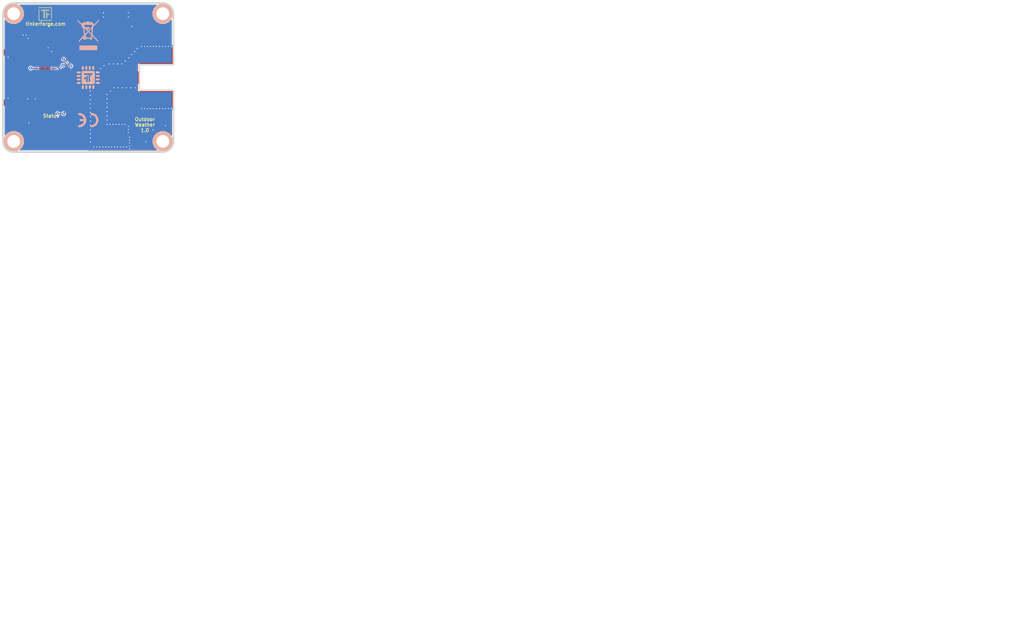
<source format=kicad_pcb>
(kicad_pcb (version 4) (host pcbnew 4.0.2+dfsg1-stable)
  (title_block (title "Outdoor Weather Bricklet") (date 2017-09-06) (rev 1.0) (company "Tinkerforge GmbH") (comment 1 "Licensed under CERN OHL v.1.1") (comment 2 "Copyright (©) 2017, B.Nordmeyer <bastian@tinkerforge.com>"))
  (layers (0 Vorderseite jumper) (31 Rückseite jumper hide) (34 B.Paste user) (35 F.Paste user) (36 B.SilkS user) (37 F.SilkS user) (38 B.Mask user) (39 F.Mask user) (44 Edge.Cuts user))
  (net 0 "")
  (net 1 GND)
  (net 2 VCC)
  (net 3 "Net-(C1-Pad2)")
  (net 4 "Net-(D1-Pad2)")
  (net 5 "Net-(J1-Pad1)")
  (net 6 "Net-(P1-Pad4)")
  (net 7 "Net-(P1-Pad5)")
  (net 8 "Net-(P1-Pad6)")
  (net 9 "Net-(P2-Pad2)")
  (net 10 "Net-(R1-Pad1)")
  (net 11 S-MISO)
  (net 12 S-MOSI)
  (net 13 S-CLK)
  (net 14 S-CS)
  (net 15 "Net-(ANT1-Pad1)")
  (net 16 DATA)
  (net 17 SDN)
  (net 18 "Net-(P1-Pad1)")
  (net 19 "Net-(U1-Pad3)")
  (net 20 "Net-(U1-Pad5)")
  (net 21 "Net-(U1-Pad7)")
  (net 22 "Net-(U1-Pad8)")
  (net 23 "Net-(U1-Pad11)")
  (net 24 "Net-(U1-Pad12)")
  (net 25 "Net-(U1-Pad13)")
  (net 26 "Net-(U1-Pad14)")
  (net 27 "Net-(U1-Pad17)")
  (net 28 "Net-(U1-Pad18)")
  (net 29 "Net-(U1-Pad19)")
  (net 30 "Net-(U1-Pad20)")
  (net 31 "Net-(U1-Pad21)")
  (module Logo_31x31m (layer Vorderseite) (at 54.4 20.8 180)
    (fp_text reference G*** hide)
    (fp_text value LOGO hide)
  )
  (module kicad-libraries:CE_5mm (layer Rückseite) (at 62.9 47.3 180)
    (fp_text reference VAL hide)
    (fp_text value CE_5mm hide)
  )
  (module kicad-libraries:WEEE_7mm (layer Rückseite) (at 62.9 27.3 180)
    (fp_text reference VAL hide)
    (fp_text value WEEE_7mm hide)
  )
  (module kicad-libraries:Logo_CoMCU (layer Rückseite) (at 62.9 37.3 180)
    (fp_text reference G*** hide)
    (fp_text value LOGO hide)
  )
  (module kicad-libraries:QFN24-4x4mm-0.5mm (layer Vorderseite) (at 52.7 34.9 180)
    (fp_text reference U1)
    (fp_text value XMC110024)
    (pad 1 smd oval (at -2.025 -1.25 180) (size 1 0.3) (layers Vorderseite F.Paste F.Mask) (net 11 S-MISO))
    (pad 2 smd oval (at -2.025 -0.75 180) (size 1 0.3) (layers Vorderseite F.Paste F.Mask) (net 10 "Net-(R1-Pad1)"))
    (pad 3 smd oval (at -2.025 -0.25 180) (size 1 0.3) (layers Vorderseite F.Paste F.Mask) (net 19 "Net-(U1-Pad3)"))
    (pad 4 smd oval (at -2.025 0.25 180) (size 1 0.3) (layers Vorderseite F.Paste F.Mask) (net 9 "Net-(P2-Pad2)"))
    (pad 5 smd oval (at -2.025 0.75 180) (size 1 0.3) (layers Vorderseite F.Paste F.Mask) (net 20 "Net-(U1-Pad5)"))
    (pad 6 smd oval (at -2.025 1.25 180) (size 1 0.3) (layers Vorderseite F.Paste F.Mask) (net 16 DATA))
    (pad 7 smd oval (at -1.25 2.025 270) (size 1 0.3) (layers Vorderseite F.Paste F.Mask) (net 21 "Net-(U1-Pad7)"))
    (pad 8 smd oval (at -0.75 2.025 270) (size 1 0.3) (layers Vorderseite F.Paste F.Mask) (net 22 "Net-(U1-Pad8)"))
    (pad 9 smd oval (at -0.25 2.025 270) (size 1 0.3) (layers Vorderseite F.Paste F.Mask) (net 1 GND))
    (pad 10 smd oval (at 0.25 2.025 270) (size 1 0.3) (layers Vorderseite F.Paste F.Mask) (net 2 VCC))
    (pad 11 smd oval (at 0.75 2.025 270) (size 1 0.3) (layers Vorderseite F.Paste F.Mask) (net 23 "Net-(U1-Pad11)"))
    (pad 12 smd oval (at 1.25 2.025 270) (size 1 0.3) (layers Vorderseite F.Paste F.Mask) (net 24 "Net-(U1-Pad12)"))
    (pad 13 smd oval (at 2.025 1.25 180) (size 1 0.3) (layers Vorderseite F.Paste F.Mask) (net 25 "Net-(U1-Pad13)"))
    (pad 14 smd oval (at 2.025 0.75 180) (size 1 0.3) (layers Vorderseite F.Paste F.Mask) (net 26 "Net-(U1-Pad14)"))
    (pad 15 smd oval (at 2.025 0.25 180) (size 1 0.3) (layers Vorderseite F.Paste F.Mask) (net 5 "Net-(J1-Pad1)"))
    (pad 16 smd oval (at 2.025 -0.25 180) (size 1 0.3) (layers Vorderseite F.Paste F.Mask) (net 17 SDN))
    (pad 17 smd oval (at 2.025 -0.75 180) (size 1 0.3) (layers Vorderseite F.Paste F.Mask) (net 27 "Net-(U1-Pad17)"))
    (pad 18 smd oval (at 2.025 -1.25 180) (size 1 0.3) (layers Vorderseite F.Paste F.Mask) (net 28 "Net-(U1-Pad18)"))
    (pad 19 smd oval (at 1.25 -2.025 270) (size 1 0.3) (layers Vorderseite F.Paste F.Mask) (net 29 "Net-(U1-Pad19)"))
    (pad 20 smd oval (at 0.75 -2.025 270) (size 1 0.3) (layers Vorderseite F.Paste F.Mask) (net 30 "Net-(U1-Pad20)"))
    (pad 21 smd oval (at 0.25 -2.025 270) (size 1 0.3) (layers Vorderseite F.Paste F.Mask) (net 31 "Net-(U1-Pad21)"))
    (pad 22 smd oval (at -0.25 -2.025 270) (size 1 0.3) (layers Vorderseite F.Paste F.Mask) (net 14 S-CS))
    (pad 23 smd oval (at -0.75 -2.025 270) (size 1 0.3) (layers Vorderseite F.Paste F.Mask) (net 13 S-CLK))
    (pad 24 smd oval (at -1.25 -2.025 270) (size 1 0.3) (layers Vorderseite F.Paste F.Mask) (net 12 S-MOSI))
    (pad EXP smd rect (at 0.65 0.65 180) (size 1.3 1.3) (layers Vorderseite F.Paste F.Mask) (net 1 GND))
    (pad EXP smd rect (at 0.65 -0.65 180) (size 1.3 1.3) (layers Vorderseite F.Paste F.Mask) (net 1 GND))
    (pad EXP smd rect (at -0.65 0.65 180) (size 1.3 1.3) (layers Vorderseite F.Paste F.Mask) (net 1 GND))
    (pad EXP smd rect (at -0.65 -0.65 180) (size 1.3 1.3) (layers Vorderseite F.Paste F.Mask) (net 1 GND))
  )
  (module kicad-libraries:4X0402 (layer Vorderseite) (at 50.2 39.2 270)
    (fp_text reference RP1)
    (fp_text value 82)
    (pad 1 smd rect (at -0.7493 0.575 90) (size 0.29972 0.65) (layers Vorderseite F.Paste F.Mask) (net 6 "Net-(P1-Pad4)"))
    (pad 2 smd rect (at -0.24892 0.575 90) (size 0.29972 0.65) (layers Vorderseite F.Paste F.Mask) (net 7 "Net-(P1-Pad5)"))
    (pad 3 smd rect (at 0.24892 0.575 90) (size 0.29972 0.65) (layers Vorderseite F.Paste F.Mask) (net 8 "Net-(P1-Pad6)"))
    (pad 4 smd rect (at 0.7493 0.575 90) (size 0.29972 0.65) (layers Vorderseite F.Paste F.Mask) (net 3 "Net-(C1-Pad2)"))
    (pad 5 smd rect (at 0.7493 -0.575 270) (size 0.29972 0.65) (layers Vorderseite F.Paste F.Mask) (net 11 S-MISO))
    (pad 6 smd rect (at 0.24892 -0.575 270) (size 0.29972 0.65) (layers Vorderseite F.Paste F.Mask) (net 12 S-MOSI))
    (pad 7 smd rect (at -0.24892 -0.575 270) (size 0.29972 0.65) (layers Vorderseite F.Paste F.Mask) (net 13 S-CLK))
    (pad 8 smd rect (at -0.7493 -0.575 270) (size 0.29972 0.65) (layers Vorderseite F.Paste F.Mask) (net 14 S-CS))
  )
  (module kicad-libraries:SolderJumper (layer Vorderseite) (at 50.2 48)
    (fp_text reference P2)
    (fp_text value Boot)
    (pad 2 smd rect (at 0.55 0) (size 0.3 1.4) (layers Vorderseite F.Mask) (net 9 "Net-(P2-Pad2)"))
    (pad 2 smd rect (at 0.15 0) (size 0.6 0.5) (layers Vorderseite F.Mask) (net 9 "Net-(P2-Pad2)"))
    (pad 1 smd rect (at -0.5 0) (size 0.4 1.4) (layers Vorderseite F.Mask) (net 1 GND))
    (pad 1 smd rect (at -0.225 0.55) (size 0.95 0.3) (layers Vorderseite F.Mask) (net 1 GND))
    (pad 1 smd rect (at -0.225 -0.55) (size 0.95 0.3) (layers Vorderseite F.Mask) (net 1 GND))
  )
  (module kicad-libraries:CON-SENSOR2 (layer Vorderseite) (at 42.9 37.3 270)
    (fp_text reference P1)
    (fp_text value CON-SENSOR2)
    (pad 1 smd rect (at -3.75 -4.6 270) (size 0.6 1.8) (layers Vorderseite F.Paste F.Mask) (net 18 "Net-(P1-Pad1)"))
    (pad 2 smd rect (at -2.5 -4.6 270) (size 0.6 1.8) (layers Vorderseite F.Paste F.Mask) (net 1 GND))
    (pad EP smd rect (at -5.9 -1.2 270) (size 1.4 2.4) (layers Vorderseite F.Paste F.Mask) (net 1 GND))
    (pad EP smd rect (at 5.9 -1.2 270) (size 1.4 2.4) (layers Vorderseite F.Paste F.Mask) (net 1 GND))
    (pad 3 smd rect (at -1.25 -4.6 270) (size 0.6 1.8) (layers Vorderseite F.Paste F.Mask) (net 2 VCC))
    (pad 4 smd rect (at 0 -4.6 270) (size 0.6 1.8) (layers Vorderseite F.Paste F.Mask) (net 6 "Net-(P1-Pad4)"))
    (pad 5 smd rect (at 1.25 -4.6 270) (size 0.6 1.8) (layers Vorderseite F.Paste F.Mask) (net 7 "Net-(P1-Pad5)"))
    (pad 6 smd rect (at 2.5 -4.6 270) (size 0.6 1.8) (layers Vorderseite F.Paste F.Mask) (net 8 "Net-(P1-Pad6)"))
    (pad 7 smd rect (at 3.75 -4.6 270) (size 0.6 1.8) (layers Vorderseite F.Paste F.Mask) (net 3 "Net-(C1-Pad2)"))
  )
  (module kicad-libraries:DEBUG_PAD (layer Vorderseite) (at 49 32)
    (fp_text reference J1)
    (fp_text value Debug)
    (pad 1 smd circle (at 0 0) (size 0.7 0.7) (layers Vorderseite F.Paste F.Mask) (net 5 "Net-(J1-Pad1)"))
  )
  (module kicad-libraries:Fiducial_Mark (layer Vorderseite) (at 75.4 21.3)
    (fp_text reference Fiducial_Mark hide)
    (fp_text value VAL** hide)
    (pad 1 smd circle (at 0 0) (size 1.00076 1.00076) (layers Vorderseite F.Paste F.Mask) (clearance 0.65024))
  )
  (module kicad-libraries:Fiducial_Mark (layer Vorderseite) (at 50.4 52.3)
    (fp_text reference Fiducial_Mark hide)
    (fp_text value VAL** hide)
    (pad 1 smd circle (at 0 0) (size 1.00076 1.00076) (layers Vorderseite F.Paste F.Mask) (clearance 0.65024))
  )
  (module FT-004B (layer Vorderseite) (at 82.9 37.3 270)
    (fp_text reference ANT1)
    (fp_text value FT-004B)
    (pad 2 smd rect (at -5 4 270) (size 4 8) (layers Vorderseite F.Paste F.Mask) (net 1 GND))
    (pad 2 smd rect (at 5 4 270) (size 4 8) (layers Vorderseite F.Paste F.Mask) (net 1 GND))
    (pad 1 smd rect (at 0 10.5 270) (size 3 5) (layers Vorderseite F.Paste F.Mask) (net 15 "Net-(ANT1-Pad1)"))
  )
  (module C0402E (layer Vorderseite) (at 49.6 41.6 90)
    (fp_text reference C1)
    (fp_text value 220pF)
    (pad 1 smd rect (at -0.65 0 90) (size 0.7 0.9) (layers Vorderseite F.Paste F.Mask) (net 1 GND))
    (pad 2 smd rect (at 0.65 0 90) (size 0.7 0.9) (layers Vorderseite F.Paste F.Mask) (net 3 "Net-(C1-Pad2)"))
  )
  (module C0805 (layer Vorderseite) (at 47.4 29.7 180)
    (fp_text reference C2)
    (fp_text value 10uF)
    (pad 1 smd rect (at -1.00076 0 180) (size 1.00076 1.24968) (layers Vorderseite F.Paste F.Mask) (net 1 GND) (clearance 0.14986))
    (pad 2 smd rect (at 1.00076 0 180) (size 1.00076 1.24968) (layers Vorderseite F.Paste F.Mask) (net 2 VCC) (clearance 0.14986))
  )
  (module C0603F (layer Vorderseite) (at 47.2 28.1 180)
    (fp_text reference C3)
    (fp_text value 1uF)
    (pad 1 smd rect (at -0.75 0 180) (size 0.9 0.9) (layers Vorderseite F.Paste F.Mask) (net 1 GND))
    (pad 2 smd rect (at 0.75 0 180) (size 0.9 0.9) (layers Vorderseite F.Paste F.Mask) (net 2 VCC))
  )
  (module C0603F (layer Vorderseite) (at 52.7 31.2 180)
    (fp_text reference C4)
    (fp_text value 100nF)
    (pad 1 smd rect (at -0.75 0 180) (size 0.9 0.9) (layers Vorderseite F.Paste F.Mask) (net 1 GND))
    (pad 2 smd rect (at 0.75 0 180) (size 0.9 0.9) (layers Vorderseite F.Paste F.Mask) (net 2 VCC))
  )
  (module C0603F (layer Vorderseite) (at 73.1 26.9 270)
    (fp_text reference C5)
    (fp_text value 100nF)
    (pad 1 smd rect (at -0.75 0 270) (size 0.9 0.9) (layers Vorderseite F.Paste F.Mask) (net 1 GND))
    (pad 2 smd rect (at 0.75 0 270) (size 0.9 0.9) (layers Vorderseite F.Paste F.Mask) (net 2 VCC))
  )
  (module D0603F (layer Vorderseite) (at 54.2 44.7)
    (fp_text reference D1)
    (fp_text value blue)
    (pad 1 smd rect (at -0.75 0) (size 0.9 0.9) (layers Vorderseite F.Paste F.Mask) (net 2 VCC))
    (pad 2 smd rect (at 0.75 0) (size 0.9 0.9) (layers Vorderseite F.Paste F.Mask) (net 4 "Net-(D1-Pad2)"))
  )
  (module R0603F (layer Vorderseite) (at 54.2 43.3)
    (fp_text reference R1)
    (fp_text value 1k)
    (pad 1 smd rect (at -0.75 0) (size 0.9 0.9) (layers Vorderseite F.Paste F.Mask) (net 10 "Net-(R1-Pad1)"))
    (pad 2 smd rect (at 0.75 0) (size 0.9 0.9) (layers Vorderseite F.Paste F.Mask) (net 4 "Net-(D1-Pad2)"))
  )
  (module RFM210LCF-S1 (layer Vorderseite) (at 63.9 37.3 90)
    (fp_text reference U2)
    (fp_text value RFM210LCF-S1)
    (pad 6 smd rect (at 14.7 5.5 90) (size 1.8 5) (layers Vorderseite F.Paste F.Mask) (net 1 GND))
    (pad 5 smd rect (at 12.16 5.5 90) (size 1.8 5) (layers Vorderseite F.Paste F.Mask) (net 16 DATA))
    (pad 4 smd rect (at 9.62 5.5 90) (size 1.8 5) (layers Vorderseite F.Paste F.Mask) (net 2 VCC))
    (pad 3 smd rect (at 7.08 5.5 90) (size 1.8 5) (layers Vorderseite F.Paste F.Mask) (net 17 SDN))
    (pad 1 smd rect (at -14.7 5.5 90) (size 1.8 5) (layers Vorderseite F.Paste F.Mask) (net 15 "Net-(ANT1-Pad1)"))
    (pad 2 smd rect (at -12.16 5.5 90) (size 1.8 5) (layers Vorderseite F.Paste F.Mask) (net 1 GND))
    (pad "" smd rect (at -14.7 -5.5 90) (size 1.8 5) (layers Vorderseite F.Paste F.Mask))
    (pad "" smd rect (at -12.16 -5.5 90) (size 1.8 5) (layers Vorderseite F.Paste F.Mask))
  )
  (module DRILL_NP (layer Vorderseite) (at 45.4 52.3)
    (fp_text reference U4 hide)
    (fp_text value DRILL hide)
    (pad "" np_thru_hole circle (at 0 0) (size 2.99974 2.99974) (drill 2.99974) (layers *.Cu *.Mask F.SilkS) (clearance 0.89916))
  )
  (module DRILL_NP (layer Vorderseite) (at 80.4 52.3)
    (fp_text reference U5 hide)
    (fp_text value DRILL hide)
    (pad "" np_thru_hole circle (at 0 0) (size 2.99974 2.99974) (drill 2.99974) (layers *.Cu *.Mask F.SilkS) (clearance 0.89916))
  )
  (module DRILL_NP (layer Vorderseite) (at 45.4 22.3)
    (fp_text reference U6 hide)
    (fp_text value DRILL hide)
    (pad "" np_thru_hole circle (at 0 0) (size 2.99974 2.99974) (drill 2.99974) (layers *.Cu *.Mask F.SilkS) (clearance 0.89916))
  )
  (module DRILL_NP (layer Vorderseite) (at 80.4 22.3)
    (fp_text reference U7 hide)
    (fp_text value DRILL hide)
    (pad "" np_thru_hole circle (at 0 0) (size 2.99974 2.99974) (drill 2.99974) (layers *.Cu *.Mask F.SilkS) (clearance 0.89916))
  )
  (gr_text Status (at 54.2 46.3) (layer F.SilkS) (effects (font (size 0.8 0.8))))
  (gr_line (start 82.9 40.3) (end 82.9 52.3) (angle 90) (layer Edge.Cuts) (width 0.381))
  (gr_line (start 82.9 34.3) (end 82.9 22.3) (angle 90) (layer Edge.Cuts) (width 0.381))
  (gr_line (start 74.9 40.3) (end 82.9 40.3) (angle 90) (layer Edge.Cuts) (width 0.381))
  (gr_line (start 74.9 34.3) (end 74.9 40.3) (angle 90) (layer Edge.Cuts) (width 0.381))
  (gr_line (start 74.9 34.3) (end 82.9 34.3) (angle 90) (layer Edge.Cuts) (width 0.381))
  (gr_line (start 45.4 54.8) (end 80.4 54.8) (angle 90) (layer Edge.Cuts) (width 0.381))
  (gr_line (start 42.9 22.3) (end 42.9 52.3) (angle 90) (layer Edge.Cuts) (width 0.381))
  (gr_line (start 80.4 19.8) (end 45.4 19.8) (angle 90) (layer Edge.Cuts) (width 0.381))
  (gr_arc (start 80.4 52.3) (end 82.9 52.3) (angle 90) (layer Edge.Cuts) (width 0.381))
  (gr_arc (start 80.4 22.3) (end 80.4 19.8) (angle 90) (layer Edge.Cuts) (width 0.381))
  (gr_text "Outdoor\nWeather\n1.0" (at 76.2 48.4) (layer F.SilkS) (effects (font (size 0.8 0.8))))
  (gr_text tinkerforge.com (at 52.9 24.7) (layer F.SilkS) (effects (font (size 0.8 0.8))))
  (gr_arc (start 45.4 22.3) (end 42.9 22.3) (angle 90) (layer Edge.Cuts) (width 0.381))
  (gr_arc (start 45.4 52.3) (end 45.4 54.8) (angle 90) (layer Edge.Cuts) (width 0.381))
  (segment (start 49.975 48.55) (end 49.75 48.55) (width 0.2) (layer Vorderseite) (net 1))
  (segment (start 49.75 48.55) (end 49.7 48.5) (width 0.2) (layer Vorderseite) (net 1))
  (segment (start 49.7 48.5) (end 49.7 48) (width 0.2) (layer Vorderseite) (net 1))
  (segment (start 49.975 47.45) (end 49.75 47.45) (width 0.2) (layer Vorderseite) (net 1))
  (segment (start 49.75 47.45) (end 49.7 47.5) (width 0.2) (layer Vorderseite) (net 1))
  (segment (start 49.7 47.5) (end 49.7 48) (width 0.2) (layer Vorderseite) (net 1))
  (segment (start 49.7 48) (end 49 48) (width 0.2) (layer Vorderseite) (net 1))
  (via (at 49 48) (size 0.70104) (drill 0.24892) (layers Vorderseite Rückseite) (net 1))
  (segment (start 73.9 39.7) (end 72.9 39.7) (width 0.59944) (layer Vorderseite) (net 1))
  (via (at 72.9 39.7) (size 0.70104) (drill 0.24892) (layers Vorderseite Rückseite) (net 1))
  (segment (start 71.9 39.7) (end 70.9 39.7) (width 0.59944) (layer Vorderseite) (net 1))
  (via (at 70.9 39.7) (size 0.70104) (drill 0.24892) (layers Vorderseite Rückseite) (net 1))
  (segment (start 69.9 39.7) (end 68.9 39.7) (width 0.59944) (layer Vorderseite) (net 1))
  (via (at 68.9 39.7) (size 0.70104) (drill 0.24892) (layers Vorderseite Rückseite) (net 1))
  (segment (start 68.1 40.5) (end 67.3 41.3) (width 0.59944) (layer Vorderseite) (net 1))
  (via (at 67.3 41.3) (size 0.70104) (drill 0.24892) (layers Vorderseite Rückseite) (net 1))
  (segment (start 67.3 42.3) (end 67.3 43.3) (width 0.59944) (layer Vorderseite) (net 1))
  (via (at 67.3 43.3) (size 0.70104) (drill 0.24892) (layers Vorderseite Rückseite) (net 1))
  (segment (start 67.3 44.3) (end 67.3 45.3) (width 0.59944) (layer Vorderseite) (net 1))
  (via (at 67.3 45.3) (size 0.70104) (drill 0.24892) (layers Vorderseite Rückseite) (net 1))
  (segment (start 67.3 46.3) (end 67.3 47.3) (width 0.59944) (layer Vorderseite) (net 1))
  (via (at 67.3 47.3) (size 0.70104) (drill 0.24892) (layers Vorderseite Rückseite) (net 1))
  (segment (start 67.3 48.3) (end 68 48.3) (width 0.59944) (layer Vorderseite) (net 1))
  (via (at 68 48.3) (size 0.70104) (drill 0.24892) (layers Vorderseite Rückseite) (net 1))
  (segment (start 68.7 48.3) (end 69.4 48.3) (width 0.59944) (layer Vorderseite) (net 1))
  (via (at 69.4 48.3) (size 0.70104) (drill 0.24892) (layers Vorderseite Rückseite) (net 1))
  (via (at 68.7 48.3) (size 0.70104) (drill 0.24892) (layers Vorderseite Rückseite) (net 1))
  (segment (start 68 48.3) (end 68.7 48.3) (width 0.59944) (layer Vorderseite) (net 1))
  (via (at 67.3 48.3) (size 0.70104) (drill 0.24892) (layers Vorderseite Rückseite) (net 1))
  (segment (start 67.3 47.3) (end 67.3 48.3) (width 0.59944) (layer Vorderseite) (net 1))
  (via (at 67.3 46.3) (size 0.70104) (drill 0.24892) (layers Vorderseite Rückseite) (net 1))
  (segment (start 67.3 45.3) (end 67.3 46.3) (width 0.59944) (layer Vorderseite) (net 1))
  (via (at 67.3 44.3) (size 0.70104) (drill 0.24892) (layers Vorderseite Rückseite) (net 1))
  (segment (start 67.3 43.3) (end 67.3 44.3) (width 0.59944) (layer Vorderseite) (net 1))
  (via (at 67.3 42.3) (size 0.70104) (drill 0.24892) (layers Vorderseite Rückseite) (net 1))
  (segment (start 67.3 41.3) (end 67.3 42.3) (width 0.59944) (layer Vorderseite) (net 1))
  (via (at 68.1 40.5) (size 0.70104) (drill 0.24892) (layers Vorderseite Rückseite) (net 1))
  (segment (start 68.9 39.7) (end 68.1 40.5) (width 0.59944) (layer Vorderseite) (net 1))
  (via (at 69.9 39.7) (size 0.70104) (drill 0.24892) (layers Vorderseite Rückseite) (net 1))
  (segment (start 70.9 39.7) (end 69.9 39.7) (width 0.59944) (layer Vorderseite) (net 1))
  (via (at 71.9 39.7) (size 0.70104) (drill 0.24892) (layers Vorderseite Rückseite) (net 1))
  (segment (start 72.9 39.7) (end 71.9 39.7) (width 0.59944) (layer Vorderseite) (net 1))
  (via (at 73.9 39.7) (size 0.70104) (drill 0.24892) (layers Vorderseite Rückseite) (net 1))
  (segment (start 77.25 49.25) (end 77.75 49.25) (width 0.59944) (layer Vorderseite) (net 1))
  (via (at 78.1 49.6) (size 0.70104) (drill 0.24892) (layers Vorderseite Rückseite) (net 1))
  (segment (start 77.75 49.25) (end 78.1 49.6) (width 0.59944) (layer Vorderseite) (net 1))
  (segment (start 76.4 52.4) (end 76.4 50.1) (width 0.59944) (layer Vorderseite) (net 1))
  (segment (start 76.1 52.7) (end 76.4 52.4) (width 0.59944) (layer Vorderseite) (net 1))
  (via (at 76.4 52.4) (size 0.70104) (drill 0.24892) (layers Vorderseite Rückseite) (net 1))
  (via (at 72.6 52.7) (size 0.70104) (drill 0.24892) (layers Vorderseite Rückseite) (net 1))
  (segment (start 72.6 52.7) (end 76.1 52.7) (width 0.59944) (layer Vorderseite) (net 1))
  (via (at 81 48.6) (size 0.70104) (drill 0.24892) (layers Vorderseite Rückseite) (net 1))
  (segment (start 77.9 48.6) (end 81 48.6) (width 0.59944) (layer Vorderseite) (net 1))
  (segment (start 76.4 50.1) (end 77.25 49.25) (width 0.59944) (layer Vorderseite) (net 1))
  (segment (start 77.25 49.25) (end 77.9 48.6) (width 0.59944) (layer Vorderseite) (net 1))
  (segment (start 73.8 31.2) (end 73.8 31.1) (width 0.59944) (layer Vorderseite) (net 1))
  (via (at 73.8 31.2) (size 0.70104) (drill 0.24892) (layers Vorderseite Rückseite) (net 1))
  (segment (start 72.4 32.7) (end 72.4 32.6) (width 0.59944) (layer Vorderseite) (net 1))
  (segment (start 71.7 33.4) (end 72.4 32.7) (width 0.59944) (layer Vorderseite) (net 1))
  (via (at 72.4 32.7) (size 0.70104) (drill 0.24892) (layers Vorderseite Rückseite) (net 1))
  (segment (start 70.8 34.1) (end 70.9 34.1) (width 0.59944) (layer Vorderseite) (net 1))
  (via (at 70.8 34.1) (size 0.70104) (drill 0.24892) (layers Vorderseite Rückseite) (net 1))
  (segment (start 69.8 34.1) (end 68.8 34.1) (width 0.59944) (layer Vorderseite) (net 1))
  (via (at 68.8 34.1) (size 0.70104) (drill 0.24892) (layers Vorderseite Rückseite) (net 1))
  (segment (start 66.6 34.5) (end 67.4 34.5) (width 0.59944) (layer Vorderseite) (net 1))
  (segment (start 65.9 35.2) (end 66.6 34.5) (width 0.59944) (layer Vorderseite) (net 1))
  (via (at 66.6 34.5) (size 0.70104) (drill 0.24892) (layers Vorderseite Rückseite) (net 1))
  (segment (start 64.9 36) (end 65 36) (width 0.59944) (layer Vorderseite) (net 1))
  (via (at 64.9 36) (size 0.70104) (drill 0.24892) (layers Vorderseite Rückseite) (net 1))
  (segment (start 64.2 36.7) (end 63.4 37.5) (width 0.59944) (layer Vorderseite) (net 1))
  (via (at 63.4 37.5) (size 0.70104) (drill 0.24892) (layers Vorderseite Rückseite) (net 1))
  (segment (start 63.4 38.5) (end 63.4 39.5) (width 0.59944) (layer Vorderseite) (net 1))
  (via (at 63.4 39.5) (size 0.70104) (drill 0.24892) (layers Vorderseite Rückseite) (net 1))
  (segment (start 63.4 40.5) (end 63.4 41.5) (width 0.59944) (layer Vorderseite) (net 1))
  (via (at 63.4 41.5) (size 0.70104) (drill 0.24892) (layers Vorderseite Rückseite) (net 1))
  (segment (start 63.4 42.5) (end 63.4 43.5) (width 0.59944) (layer Vorderseite) (net 1))
  (via (at 63.4 43.5) (size 0.70104) (drill 0.24892) (layers Vorderseite Rückseite) (net 1))
  (segment (start 63.4 44.5) (end 63.4 45.5) (width 0.59944) (layer Vorderseite) (net 1))
  (via (at 63.4 45.5) (size 0.70104) (drill 0.24892) (layers Vorderseite Rückseite) (net 1))
  (segment (start 63.4 46.5) (end 63.4 47.5) (width 0.59944) (layer Vorderseite) (net 1))
  (via (at 63.4 47.5) (size 0.70104) (drill 0.24892) (layers Vorderseite Rückseite) (net 1))
  (segment (start 63.4 48.5) (end 63.4 49.5) (width 0.59944) (layer Vorderseite) (net 1))
  (via (at 63.4 49.5) (size 0.70104) (drill 0.24892) (layers Vorderseite Rückseite) (net 1))
  (segment (start 63.4 50.5) (end 63.4 51.5) (width 0.59944) (layer Vorderseite) (net 1))
  (via (at 63.4 51.5) (size 0.70104) (drill 0.24892) (layers Vorderseite Rückseite) (net 1))
  (segment (start 64.2 53.6) (end 64.2 53.3) (width 0.59944) (layer Vorderseite) (net 1))
  (via (at 64.2 53.6) (size 0.70104) (drill 0.24892) (layers Vorderseite Rückseite) (net 1))
  (segment (start 64.9 53.6) (end 65.6 53.6) (width 0.59944) (layer Vorderseite) (net 1))
  (via (at 65.6 53.6) (size 0.70104) (drill 0.24892) (layers Vorderseite Rückseite) (net 1))
  (segment (start 66.3 53.6) (end 67 53.6) (width 0.59944) (layer Vorderseite) (net 1))
  (via (at 67 53.6) (size 0.70104) (drill 0.24892) (layers Vorderseite Rückseite) (net 1))
  (segment (start 67.7 53.6) (end 68.4 53.6) (width 0.59944) (layer Vorderseite) (net 1))
  (via (at 68.4 53.6) (size 0.70104) (drill 0.24892) (layers Vorderseite Rückseite) (net 1))
  (segment (start 69.1 53.6) (end 69.8 53.6) (width 0.59944) (layer Vorderseite) (net 1))
  (via (at 69.8 53.6) (size 0.70104) (drill 0.24892) (layers Vorderseite Rückseite) (net 1))
  (segment (start 70.5 53.6) (end 71.2 53.6) (width 0.59944) (layer Vorderseite) (net 1))
  (via (at 71.2 53.6) (size 0.70104) (drill 0.24892) (layers Vorderseite Rückseite) (net 1))
  (segment (start 72.6 54.1) (end 72.4 54.1) (width 0.59944) (layer Vorderseite) (net 1))
  (via (at 72.6 54.1) (size 0.70104) (drill 0.24892) (layers Vorderseite Rückseite) (net 1))
  (segment (start 72.6 53.4) (end 72.6 52.7) (width 0.59944) (layer Vorderseite) (net 1))
  (segment (start 72.6 52) (end 72.6 51.3) (width 0.59944) (layer Vorderseite) (net 1))
  (segment (start 72.3 50.5) (end 72.6 50.8) (width 0.59944) (layer Vorderseite) (net 1))
  (segment (start 72.6 50.8) (end 72.6 51.3) (width 0.59944) (layer Vorderseite) (net 1))
  (via (at 72.6 51.3) (size 0.70104) (drill 0.24892) (layers Vorderseite Rückseite) (net 1))
  (segment (start 72.3 49.5) (end 72.3 50.2) (width 0.59944) (layer Vorderseite) (net 1))
  (via (at 72.3 49.5) (size 0.70104) (drill 0.24892) (layers Vorderseite Rückseite) (net 1))
  (via (at 72.3 50.2) (size 0.70104) (drill 0.24892) (layers Vorderseite Rückseite) (net 1))
  (segment (start 72.3 50.2) (end 72.3 50.5) (width 0.59944) (layer Vorderseite) (net 1))
  (via (at 72.6 52) (size 0.70104) (drill 0.24892) (layers Vorderseite Rückseite) (net 1))
  (segment (start 72.6 52.7) (end 72.6 52) (width 0.59944) (layer Vorderseite) (net 1))
  (via (at 72.6 53.4) (size 0.70104) (drill 0.24892) (layers Vorderseite Rückseite) (net 1))
  (segment (start 72.6 54.1) (end 72.6 53.4) (width 0.59944) (layer Vorderseite) (net 1))
  (via (at 71.9 53.6) (size 0.70104) (drill 0.24892) (layers Vorderseite Rückseite) (net 1))
  (segment (start 72.4 54.1) (end 71.9 53.6) (width 0.59944) (layer Vorderseite) (net 1))
  (segment (start 71.2 53.6) (end 71.9 53.6) (width 0.59944) (layer Vorderseite) (net 1))
  (via (at 70.5 53.6) (size 0.70104) (drill 0.24892) (layers Vorderseite Rückseite) (net 1))
  (segment (start 69.8 53.6) (end 70.5 53.6) (width 0.59944) (layer Vorderseite) (net 1))
  (via (at 69.1 53.6) (size 0.70104) (drill 0.24892) (layers Vorderseite Rückseite) (net 1))
  (segment (start 68.4 53.6) (end 69.1 53.6) (width 0.59944) (layer Vorderseite) (net 1))
  (via (at 67.7 53.6) (size 0.70104) (drill 0.24892) (layers Vorderseite Rückseite) (net 1))
  (segment (start 67 53.6) (end 67.7 53.6) (width 0.59944) (layer Vorderseite) (net 1))
  (via (at 66.3 53.6) (size 0.70104) (drill 0.24892) (layers Vorderseite Rückseite) (net 1))
  (segment (start 65.6 53.6) (end 66.3 53.6) (width 0.59944) (layer Vorderseite) (net 1))
  (via (at 64.9 53.6) (size 0.70104) (drill 0.24892) (layers Vorderseite Rückseite) (net 1))
  (segment (start 64.2 53.6) (end 64.9 53.6) (width 0.59944) (layer Vorderseite) (net 1))
  (via (at 63.4 52.5) (size 0.70104) (drill 0.24892) (layers Vorderseite Rückseite) (net 1))
  (segment (start 64.2 53.3) (end 63.4 52.5) (width 0.59944) (layer Vorderseite) (net 1))
  (segment (start 63.4 51.5) (end 63.4 52.5) (width 0.59944) (layer Vorderseite) (net 1))
  (via (at 63.4 50.5) (size 0.70104) (drill 0.24892) (layers Vorderseite Rückseite) (net 1))
  (segment (start 63.4 49.5) (end 63.4 50.5) (width 0.59944) (layer Vorderseite) (net 1))
  (via (at 63.4 48.5) (size 0.70104) (drill 0.24892) (layers Vorderseite Rückseite) (net 1))
  (segment (start 63.4 47.5) (end 63.4 48.5) (width 0.59944) (layer Vorderseite) (net 1))
  (via (at 63.4 46.5) (size 0.70104) (drill 0.24892) (layers Vorderseite Rückseite) (net 1))
  (segment (start 63.4 45.5) (end 63.4 46.5) (width 0.59944) (layer Vorderseite) (net 1))
  (via (at 63.4 44.5) (size 0.70104) (drill 0.24892) (layers Vorderseite Rückseite) (net 1))
  (segment (start 63.4 43.5) (end 63.4 44.5) (width 0.59944) (layer Vorderseite) (net 1))
  (via (at 63.4 42.5) (size 0.70104) (drill 0.24892) (layers Vorderseite Rückseite) (net 1))
  (segment (start 63.4 41.5) (end 63.4 42.5) (width 0.59944) (layer Vorderseite) (net 1))
  (via (at 63.4 40.5) (size 0.70104) (drill 0.24892) (layers Vorderseite Rückseite) (net 1))
  (segment (start 63.4 39.5) (end 63.4 40.5) (width 0.59944) (layer Vorderseite) (net 1))
  (via (at 63.4 38.5) (size 0.70104) (drill 0.24892) (layers Vorderseite Rückseite) (net 1))
  (segment (start 63.4 37.5) (end 63.4 38.5) (width 0.59944) (layer Vorderseite) (net 1))
  (via (at 64.2 36.7) (size 0.70104) (drill 0.24892) (layers Vorderseite Rückseite) (net 1))
  (segment (start 64.9 36) (end 64.2 36.7) (width 0.59944) (layer Vorderseite) (net 1))
  (via (at 65.8 35.2) (size 0.70104) (drill 0.24892) (layers Vorderseite Rückseite) (net 1))
  (segment (start 65 36) (end 65.8 35.2) (width 0.59944) (layer Vorderseite) (net 1))
  (segment (start 65.8 35.2) (end 65.9 35.2) (width 0.59944) (layer Vorderseite) (net 1))
  (via (at 67.8 34.1) (size 0.70104) (drill 0.24892) (layers Vorderseite Rückseite) (net 1))
  (segment (start 67.4 34.5) (end 67.8 34.1) (width 0.59944) (layer Vorderseite) (net 1))
  (segment (start 68.8 34.1) (end 67.8 34.1) (width 0.59944) (layer Vorderseite) (net 1))
  (via (at 69.8 34.1) (size 0.70104) (drill 0.24892) (layers Vorderseite Rückseite) (net 1))
  (segment (start 70.8 34.1) (end 69.8 34.1) (width 0.59944) (layer Vorderseite) (net 1))
  (via (at 71.6 33.4) (size 0.70104) (drill 0.24892) (layers Vorderseite Rückseite) (net 1))
  (segment (start 70.9 34.1) (end 71.6 33.4) (width 0.59944) (layer Vorderseite) (net 1))
  (segment (start 71.6 33.4) (end 71.7 33.4) (width 0.59944) (layer Vorderseite) (net 1))
  (via (at 73.1 31.9) (size 0.70104) (drill 0.24892) (layers Vorderseite Rückseite) (net 1))
  (segment (start 72.4 32.6) (end 73.1 31.9) (width 0.59944) (layer Vorderseite) (net 1))
  (segment (start 73.8 31.2) (end 73.1 31.9) (width 0.59944) (layer Vorderseite) (net 1))
  (via (at 74.4 30.5) (size 0.70104) (drill 0.24892) (layers Vorderseite Rückseite) (net 1))
  (segment (start 73.8 31.1) (end 74.4 30.5) (width 0.59944) (layer Vorderseite) (net 1))
  (segment (start 71.5 48.3) (end 70.8 48.3) (width 0.59944) (layer Vorderseite) (net 1))
  (via (at 70.8 48.3) (size 0.70104) (drill 0.24892) (layers Vorderseite Rückseite) (net 1))
  (segment (start 70.1 48.3) (end 69.4 48.3) (width 0.59944) (layer Vorderseite) (net 1))
  (segment (start 69.4 48.3) (end 69.4 49.46) (width 0.59944) (layer Vorderseite) (net 1))
  (via (at 70.1 48.3) (size 0.70104) (drill 0.24892) (layers Vorderseite Rückseite) (net 1))
  (segment (start 70.8 48.3) (end 70.1 48.3) (width 0.59944) (layer Vorderseite) (net 1))
  (via (at 71.5 48.3) (size 0.70104) (drill 0.24892) (layers Vorderseite Rückseite) (net 1))
  (segment (start 72.3 48.8) (end 72.3 49.5) (width 0.59944) (layer Vorderseite) (net 1))
  (segment (start 72.26 49.46) (end 72.3 49.5) (width 0.59944) (layer Vorderseite) (net 1))
  (segment (start 72.26 49.46) (end 69.4 49.46) (width 0.59944) (layer Vorderseite) (net 1))
  (via (at 72.3 48.8) (size 0.70104) (drill 0.24892) (layers Vorderseite Rückseite) (net 1))
  (segment (start 75.4 44.6) (end 76.1 44.6) (width 0.59944) (layer Vorderseite) (net 1))
  (via (at 76.1 44.6) (size 0.70104) (drill 0.24892) (layers Vorderseite Rückseite) (net 1))
  (segment (start 76.8 44.6) (end 77.5 44.6) (width 0.59944) (layer Vorderseite) (net 1))
  (via (at 77.5 44.6) (size 0.70104) (drill 0.24892) (layers Vorderseite Rückseite) (net 1))
  (segment (start 78.2 44.6) (end 78.9 44.6) (width 0.59944) (layer Vorderseite) (net 1))
  (via (at 78.9 44.6) (size 0.70104) (drill 0.24892) (layers Vorderseite Rückseite) (net 1))
  (via (at 78.2 44.6) (size 0.70104) (drill 0.24892) (layers Vorderseite Rückseite) (net 1))
  (segment (start 77.5 44.6) (end 78.2 44.6) (width 0.59944) (layer Vorderseite) (net 1))
  (via (at 76.8 44.6) (size 0.70104) (drill 0.24892) (layers Vorderseite Rückseite) (net 1))
  (segment (start 76.1 44.6) (end 76.8 44.6) (width 0.59944) (layer Vorderseite) (net 1))
  (via (at 75.4 44.6) (size 0.70104) (drill 0.24892) (layers Vorderseite Rückseite) (net 1))
  (segment (start 82.4 44.6) (end 81.7 44.6) (width 0.59944) (layer Vorderseite) (net 1))
  (via (at 81.7 44.6) (size 0.70104) (drill 0.24892) (layers Vorderseite Rückseite) (net 1))
  (segment (start 81 44.6) (end 80.3 44.6) (width 0.59944) (layer Vorderseite) (net 1))
  (via (at 80.3 44.6) (size 0.70104) (drill 0.24892) (layers Vorderseite Rückseite) (net 1))
  (segment (start 79.6 44.6) (end 78.9 44.6) (width 0.59944) (layer Vorderseite) (net 1))
  (segment (start 78.9 44.6) (end 78.9 42.3) (width 0.59944) (layer Vorderseite) (net 1))
  (via (at 79.6 44.6) (size 0.70104) (drill 0.24892) (layers Vorderseite Rückseite) (net 1))
  (segment (start 80.3 44.6) (end 79.6 44.6) (width 0.59944) (layer Vorderseite) (net 1))
  (via (at 81 44.6) (size 0.70104) (drill 0.24892) (layers Vorderseite Rückseite) (net 1))
  (segment (start 81.7 44.6) (end 81 44.6) (width 0.59944) (layer Vorderseite) (net 1))
  (via (at 82.4 44.6) (size 0.70104) (drill 0.24892) (layers Vorderseite Rückseite) (net 1))
  (segment (start 75.4 30) (end 76.1 30) (width 0.59944) (layer Vorderseite) (net 1))
  (via (at 76.1 30) (size 0.70104) (drill 0.24892) (layers Vorderseite Rückseite) (net 1))
  (segment (start 76.8 30) (end 77.5 30) (width 0.59944) (layer Vorderseite) (net 1))
  (via (at 77.5 30) (size 0.70104) (drill 0.24892) (layers Vorderseite Rückseite) (net 1))
  (segment (start 78.2 30) (end 78.9 30) (width 0.59944) (layer Vorderseite) (net 1))
  (via (at 78.9 30) (size 0.70104) (drill 0.24892) (layers Vorderseite Rückseite) (net 1))
  (via (at 78.2 30) (size 0.70104) (drill 0.24892) (layers Vorderseite Rückseite) (net 1))
  (segment (start 77.5 30) (end 78.2 30) (width 0.59944) (layer Vorderseite) (net 1))
  (via (at 76.8 30) (size 0.70104) (drill 0.24892) (layers Vorderseite Rückseite) (net 1))
  (segment (start 76.1 30) (end 76.8 30) (width 0.59944) (layer Vorderseite) (net 1))
  (via (at 75.4 30) (size 0.70104) (drill 0.24892) (layers Vorderseite Rückseite) (net 1))
  (segment (start 82.4 30) (end 81.7 30) (width 0.59944) (layer Vorderseite) (net 1))
  (via (at 81.7 30) (size 0.70104) (drill 0.24892) (layers Vorderseite Rückseite) (net 1))
  (segment (start 81 30) (end 80.3 30) (width 0.59944) (layer Vorderseite) (net 1))
  (via (at 80.3 30) (size 0.70104) (drill 0.24892) (layers Vorderseite Rückseite) (net 1))
  (segment (start 79.6 30) (end 78.9 30) (width 0.59944) (layer Vorderseite) (net 1))
  (segment (start 78.9 30) (end 78.9 32.3) (width 0.59944) (layer Vorderseite) (net 1))
  (via (at 79.6 30) (size 0.70104) (drill 0.24892) (layers Vorderseite Rückseite) (net 1))
  (segment (start 80.3 30) (end 79.6 30) (width 0.59944) (layer Vorderseite) (net 1))
  (via (at 81 30) (size 0.70104) (drill 0.24892) (layers Vorderseite Rückseite) (net 1))
  (segment (start 81.7 30) (end 81 30) (width 0.59944) (layer Vorderseite) (net 1))
  (via (at 82.4 30) (size 0.70104) (drill 0.24892) (layers Vorderseite Rückseite) (net 1))
  (segment (start 73.1 26.15) (end 73.1 25.3) (width 0.59944) (layer Vorderseite) (net 1))
  (via (at 73.1 25.3) (size 0.70104) (drill 0.24892) (layers Vorderseite Rückseite) (net 1))
  (segment (start 69.4 22.6) (end 71.8 22.6) (width 0.59944) (layer Vorderseite) (net 1))
  (segment (start 71.8 22.6) (end 72.3 23.1) (width 0.59944) (layer Vorderseite) (net 1))
  (via (at 72.3 23.1) (size 0.70104) (drill 0.24892) (layers Vorderseite Rückseite) (net 1))
  (segment (start 71.8 22.6) (end 72.3 22.1) (width 0.59944) (layer Vorderseite) (net 1))
  (via (at 72.3 22.1) (size 0.70104) (drill 0.24892) (layers Vorderseite Rückseite) (net 1))
  (segment (start 69.4 22.6) (end 67 22.6) (width 0.59944) (layer Vorderseite) (net 1))
  (segment (start 67 22.6) (end 66.5 23.1) (width 0.59944) (layer Vorderseite) (net 1))
  (via (at 66.5 23.1) (size 0.70104) (drill 0.24892) (layers Vorderseite Rückseite) (net 1))
  (segment (start 67 22.6) (end 66.5 22.1) (width 0.59944) (layer Vorderseite) (net 1))
  (via (at 66.5 22.1) (size 0.70104) (drill 0.24892) (layers Vorderseite Rückseite) (net 1))
  (segment (start 44.1 31.4) (end 44.1 32.5) (width 0.59944) (layer Vorderseite) (net 1))
  (via (at 44.1 32.5) (size 0.70104) (drill 0.24892) (layers Vorderseite Rückseite) (net 1))
  (segment (start 44.1 43.2) (end 44.1 42.1) (width 0.59944) (layer Vorderseite) (net 1))
  (via (at 44.1 42.1) (size 0.70104) (drill 0.24892) (layers Vorderseite Rückseite) (net 1))
  (segment (start 49.6 42.25) (end 48.75 42.25) (width 0.59944) (layer Vorderseite) (net 1))
  (via (at 48.7 42.3) (size 0.70104) (drill 0.24892) (layers Vorderseite Rückseite) (net 1))
  (segment (start 48.75 42.25) (end 48.7 42.3) (width 0.59944) (layer Vorderseite) (net 1))
  (segment (start 49.6 42.25) (end 50.45 42.25) (width 0.59944) (layer Vorderseite) (net 1))
  (via (at 50.5 42.3) (size 0.70104) (drill 0.24892) (layers Vorderseite Rückseite) (net 1))
  (segment (start 50.45 42.25) (end 50.5 42.3) (width 0.59944) (layer Vorderseite) (net 1))
  (segment (start 53.45 31.2) (end 54.3 31.2) (width 0.59944) (layer Vorderseite) (net 1))
  (via (at 54.3 31.2) (size 0.70104) (drill 0.24892) (layers Vorderseite Rückseite) (net 1))
  (segment (start 53.45 31.2) (end 53.45 30.35) (width 0.59944) (layer Vorderseite) (net 1))
  (via (at 53.5 30.3) (size 0.70104) (drill 0.24892) (layers Vorderseite Rückseite) (net 1))
  (segment (start 53.45 30.35) (end 53.5 30.3) (width 0.59944) (layer Vorderseite) (net 1))
  (segment (start 47.95 28.1) (end 48.8 28.1) (width 0.59944) (layer Vorderseite) (net 1))
  (via (at 48.8 28.1) (size 0.70104) (drill 0.24892) (layers Vorderseite Rückseite) (net 1))
  (segment (start 47.95 28.1) (end 47.95 27.65) (width 0.59944) (layer Vorderseite) (net 1))
  (segment (start 47.95 27.65) (end 48.3 27.3) (width 0.59944) (layer Vorderseite) (net 1))
  (via (at 48.3 27.3) (size 0.70104) (drill 0.24892) (layers Vorderseite Rückseite) (net 1))
  (segment (start 47.95 27.65) (end 47.6 27.3) (width 0.59944) (layer Vorderseite) (net 1))
  (via (at 47.6 27.3) (size 0.70104) (drill 0.24892) (layers Vorderseite Rückseite) (net 1))
  (segment (start 48.40076 29.7) (end 48.40076 29.10076) (width 0.29972) (layer Vorderseite) (net 1))
  (segment (start 48.40076 29.10076) (end 47.95 28.65) (width 0.29972) (layer Vorderseite) (net 1))
  (segment (start 47.95 28.65) (end 47.95 28.1) (width 0.29972) (layer Vorderseite) (net 1))
  (segment (start 47.5 34.8) (end 46.4 34.8) (width 0.29972) (layer Vorderseite) (net 1))
  (segment (start 48.40076 30.59924) (end 48.40076 29.7) (width 0.29972) (layer Vorderseite) (net 1))
  (segment (start 46.1 32.9) (end 48.40076 30.59924) (width 0.29972) (layer Vorderseite) (net 1))
  (segment (start 46.1 34.5) (end 46.1 32.9) (width 0.29972) (layer Vorderseite) (net 1))
  (segment (start 46.4 34.8) (end 46.1 34.5) (width 0.29972) (layer Vorderseite) (net 1))
  (segment (start 52.05 35.55) (end 52.05 34.25) (width 0.29972) (layer Vorderseite) (net 1))
  (segment (start 53.35 35.55) (end 52.05 35.55) (width 0.29972) (layer Vorderseite) (net 1))
  (segment (start 53.35 34.25) (end 53.35 35.55) (width 0.29972) (layer Vorderseite) (net 1))
  (segment (start 52.95 32.875) (end 52.95 33.85) (width 0.29972) (layer Vorderseite) (net 1))
  (segment (start 52.95 33.85) (end 53.35 34.25) (width 0.29972) (layer Vorderseite) (net 1))
  (segment (start 52.95 32.875) (end 52.95 32.15) (width 0.29972) (layer Vorderseite) (net 1))
  (segment (start 52.95 32.15) (end 53.45 31.65) (width 0.29972) (layer Vorderseite) (net 1))
  (segment (start 53.45 31.65) (end 53.45 31.2) (width 0.29972) (layer Vorderseite) (net 1))
  (segment (start 53.45 44.7) (end 53.45 45.65) (width 0.2) (layer Vorderseite) (net 2))
  (segment (start 52.9 27.3) (end 52.3 27.3) (width 0.2) (layer Vorderseite) (net 2))
  (segment (start 55.6 30) (end 52.9 27.3) (width 0.2) (layer Vorderseite) (net 2))
  (segment (start 55.6 31.5) (end 55.6 30) (width 0.2) (layer Vorderseite) (net 2))
  (segment (start 57.1 33) (end 55.6 31.5) (width 0.2) (layer Vorderseite) (net 2))
  (via (at 57.1 33) (size 0.70104) (drill 0.24892) (layers Vorderseite Rückseite) (net 2))
  (segment (start 57.2 33) (end 57.1 33) (width 0.2) (layer Rückseite) (net 2))
  (segment (start 58.8 34.6) (end 57.2 33) (width 0.2) (layer Rückseite) (net 2))
  (via (at 58.8 34.6) (size 0.70104) (drill 0.24892) (layers Vorderseite Rückseite) (net 2))
  (segment (start 57.7 35.7) (end 58.8 34.6) (width 0.2) (layer Vorderseite) (net 2))
  (segment (start 57.7 45.2) (end 57.7 35.7) (width 0.2) (layer Vorderseite) (net 2))
  (segment (start 57.1 45.8) (end 57.7 45.2) (width 0.2) (layer Vorderseite) (net 2))
  (via (at 57.1 45.8) (size 0.70104) (drill 0.24892) (layers Vorderseite Rückseite) (net 2))
  (segment (start 55.7 45.8) (end 57.1 45.8) (width 0.2) (layer Rückseite) (net 2))
  (via (at 55.7 45.8) (size 0.70104) (drill 0.24892) (layers Vorderseite Rückseite) (net 2))
  (segment (start 53.6 45.8) (end 55.7 45.8) (width 0.2) (layer Vorderseite) (net 2))
  (segment (start 53.45 45.65) (end 53.6 45.8) (width 0.2) (layer Vorderseite) (net 2))
  (segment (start 73.1 27.65) (end 73.65 27.65) (width 0.29972) (layer Vorderseite) (net 2))
  (segment (start 55.7 23.9) (end 52.3 27.3) (width 0.29972) (layer Vorderseite) (net 2))
  (segment (start 52.3 27.3) (end 51.95 27.65) (width 0.29972) (layer Vorderseite) (net 2))
  (segment (start 72.8 23.9) (end 55.7 23.9) (width 0.29972) (layer Vorderseite) (net 2))
  (segment (start 74.2 25.3) (end 72.8 23.9) (width 0.29972) (layer Vorderseite) (net 2))
  (segment (start 74.2 27.1) (end 74.2 25.3) (width 0.29972) (layer Vorderseite) (net 2))
  (segment (start 73.65 27.65) (end 74.2 27.1) (width 0.29972) (layer Vorderseite) (net 2))
  (segment (start 46.45 28.1) (end 46.45 27.45) (width 0.29972) (layer Vorderseite) (net 2))
  (segment (start 46.45 27.45) (end 47.8 26.1) (width 0.29972) (layer Vorderseite) (net 2))
  (segment (start 47.8 26.1) (end 50.5 26.1) (width 0.29972) (layer Vorderseite) (net 2))
  (segment (start 50.5 26.1) (end 51.95 27.55) (width 0.29972) (layer Vorderseite) (net 2))
  (segment (start 51.95 27.55) (end 51.95 27.65) (width 0.29972) (layer Vorderseite) (net 2))
  (segment (start 51.95 27.65) (end 51.95 31.2) (width 0.29972) (layer Vorderseite) (net 2))
  (segment (start 46.39924 29.7) (end 46.39924 28.15076) (width 0.29972) (layer Vorderseite) (net 2))
  (segment (start 46.39924 28.15076) (end 46.45 28.1) (width 0.29972) (layer Vorderseite) (net 2))
  (segment (start 47.5 36.05) (end 46.35 36.05) (width 0.29972) (layer Vorderseite) (net 2))
  (segment (start 46.7 31.6) (end 46.7 30.00076) (width 0.29972) (layer Vorderseite) (net 2))
  (segment (start 45.6 32.7) (end 46.7 31.6) (width 0.29972) (layer Vorderseite) (net 2))
  (segment (start 45.6 35.3) (end 45.6 32.7) (width 0.29972) (layer Vorderseite) (net 2))
  (segment (start 46.35 36.05) (end 45.6 35.3) (width 0.29972) (layer Vorderseite) (net 2))
  (segment (start 46.7 30.00076) (end 46.39924 29.7) (width 0.29972) (layer Vorderseite) (net 2))
  (segment (start 52.45 32.875) (end 52.45 32.15) (width 0.29972) (layer Vorderseite) (net 2))
  (segment (start 52.45 32.15) (end 51.95 31.65) (width 0.29972) (layer Vorderseite) (net 2))
  (segment (start 51.95 31.65) (end 51.95 31.2) (width 0.29972) (layer Vorderseite) (net 2))
  (segment (start 73.1 27.65) (end 69.43 27.65) (width 0.59944) (layer Vorderseite) (net 2))
  (segment (start 69.43 27.65) (end 69.4 27.68) (width 0.59944) (layer Vorderseite) (net 2))
  (segment (start 49.6 40.95) (end 49.6 39.9743) (width 0.2) (layer Vorderseite) (net 3))
  (segment (start 49.6 39.9743) (end 49.625 39.9493) (width 0.2) (layer Vorderseite) (net 3))
  (segment (start 47.5 41.05) (end 49.5 41.05) (width 0.2) (layer Vorderseite) (net 3))
  (segment (start 49.5 41.05) (end 49.6 40.95) (width 0.2) (layer Vorderseite) (net 3))
  (segment (start 54.95 43.3) (end 54.95 44.7) (width 0.2) (layer Vorderseite) (net 4))
  (segment (start 50.675 34.65) (end 50.05 34.65) (width 0.2) (layer Vorderseite) (net 5))
  (segment (start 49 33.6) (end 49 32) (width 0.2) (layer Vorderseite) (net 5))
  (segment (start 50.05 34.65) (end 49 33.6) (width 0.2) (layer Vorderseite) (net 5))
  (segment (start 47.5 37.3) (end 48.4 37.3) (width 0.2) (layer Vorderseite) (net 6))
  (segment (start 48.4 37.3) (end 48.9 37.8) (width 0.2) (layer Vorderseite) (net 6))
  (segment (start 48.9 37.8) (end 48.9 38.1) (width 0.2) (layer Vorderseite) (net 6))
  (segment (start 48.9 38.1) (end 49.2507 38.4507) (width 0.2) (layer Vorderseite) (net 6))
  (segment (start 49.2507 38.4507) (end 49.625 38.4507) (width 0.2) (layer Vorderseite) (net 6))
  (segment (start 47.5 38.55) (end 48.65 38.55) (width 0.2) (layer Vorderseite) (net 7))
  (segment (start 49.05108 38.95108) (end 49.625 38.95108) (width 0.2) (layer Vorderseite) (net 7))
  (segment (start 48.65 38.55) (end 49.05108 38.95108) (width 0.2) (layer Vorderseite) (net 7))
  (segment (start 47.5 39.8) (end 48.7 39.8) (width 0.2) (layer Vorderseite) (net 8))
  (segment (start 49.05108 39.44892) (end 49.625 39.44892) (width 0.2) (layer Vorderseite) (net 8))
  (segment (start 48.7 39.8) (end 49.05108 39.44892) (width 0.2) (layer Vorderseite) (net 8))
  (segment (start 50.35 48) (end 50.8 48) (width 0.2) (layer Vorderseite) (net 9))
  (segment (start 50.8 48) (end 50.75 48) (width 0.2) (layer Vorderseite) (net 9))
  (segment (start 54.725 34.65) (end 55.55 34.65) (width 0.2) (layer Vorderseite) (net 9))
  (segment (start 54.5 48) (end 50.75 48) (width 0.2) (layer Vorderseite) (net 9))
  (segment (start 56.4 46.1) (end 54.5 48) (width 0.2) (layer Vorderseite) (net 9))
  (segment (start 56.4 35.5) (end 56.4 46.1) (width 0.2) (layer Vorderseite) (net 9))
  (segment (start 55.55 34.65) (end 56.4 35.5) (width 0.2) (layer Vorderseite) (net 9))
  (segment (start 54.725 35.65) (end 55.35 35.65) (width 0.2) (layer Vorderseite) (net 10))
  (segment (start 53.45 41.65) (end 53.45 43.3) (width 0.2) (layer Vorderseite) (net 10))
  (segment (start 55.8 39.3) (end 53.45 41.65) (width 0.2) (layer Vorderseite) (net 10))
  (segment (start 55.8 36.1) (end 55.8 39.3) (width 0.2) (layer Vorderseite) (net 10))
  (segment (start 55.35 35.65) (end 55.8 36.1) (width 0.2) (layer Vorderseite) (net 10))
  (segment (start 50.775 39.9493) (end 53.1507 39.9493) (width 0.2) (layer Vorderseite) (net 11))
  (segment (start 54.8 38.3) (end 54.8 36.225) (width 0.2) (layer Vorderseite) (net 11))
  (segment (start 53.1507 39.9493) (end 54.8 38.3) (width 0.2) (layer Vorderseite) (net 11))
  (segment (start 54.8 36.225) (end 54.725 36.15) (width 0.2) (layer Vorderseite) (net 11))
  (segment (start 50.775 39.44892) (end 52.85108 39.44892) (width 0.2) (layer Vorderseite) (net 12))
  (segment (start 53.95 38.35) (end 53.95 36.925) (width 0.2) (layer Vorderseite) (net 12))
  (segment (start 52.85108 39.44892) (end 53.95 38.35) (width 0.2) (layer Vorderseite) (net 12))
  (segment (start 50.775 38.95108) (end 52.54892 38.95108) (width 0.2) (layer Vorderseite) (net 13))
  (segment (start 53.45 38.05) (end 53.45 36.925) (width 0.2) (layer Vorderseite) (net 13))
  (segment (start 52.54892 38.95108) (end 53.45 38.05) (width 0.2) (layer Vorderseite) (net 13))
  (segment (start 50.775 38.4507) (end 52.3493 38.4507) (width 0.2) (layer Vorderseite) (net 14))
  (segment (start 52.95 37.85) (end 52.95 36.925) (width 0.2) (layer Vorderseite) (net 14))
  (segment (start 52.3493 38.4507) (end 52.95 37.85) (width 0.2) (layer Vorderseite) (net 14))
  (segment (start 69.4 52) (end 66.6 52) (width 0.59944) (layer Vorderseite) (net 15))
  (segment (start 69.7 37.3) (end 72.4 37.3) (width 0.59944) (layer Vorderseite) (net 15))
  (segment (start 65.9 41.1) (end 69.7 37.3) (width 0.59944) (layer Vorderseite) (net 15))
  (segment (start 65.9 51.3) (end 65.9 41.1) (width 0.59944) (layer Vorderseite) (net 15))
  (segment (start 66.6 52) (end 65.9 51.3) (width 0.59944) (layer Vorderseite) (net 15))
  (segment (start 69.4 25.14) (end 65.86 25.14) (width 0.2) (layer Vorderseite) (net 16))
  (segment (start 57.35 33.65) (end 54.725 33.65) (width 0.2) (layer Vorderseite) (net 16))
  (segment (start 65.86 25.14) (end 57.35 33.65) (width 0.2) (layer Vorderseite) (net 16))
  (segment (start 69.4 30.22) (end 62.28 30.22) (width 0.2) (layer Vorderseite) (net 17))
  (segment (start 49.45 35.15) (end 50.675 35.15) (width 0.2) (layer Vorderseite) (net 17))
  (segment (start 49.4 35.1) (end 49.45 35.15) (width 0.2) (layer Vorderseite) (net 17))
  (via (at 49.4 35.1) (size 0.70104) (drill 0.24892) (layers Vorderseite Rückseite) (net 17))
  (segment (start 56.3 35.1) (end 49.4 35.1) (width 0.2) (layer Rückseite) (net 17))
  (segment (start 57 34.4) (end 56.3 35.1) (width 0.2) (layer Rückseite) (net 17))
  (via (at 57 34.4) (size 0.70104) (drill 0.24892) (layers Vorderseite Rückseite) (net 17))
  (segment (start 58.1 34.4) (end 57 34.4) (width 0.2) (layer Vorderseite) (net 17))
  (segment (start 62.28 30.22) (end 58.1 34.4) (width 0.2) (layer Vorderseite) (net 17))
  (zone (net 1) (net_name GND) (layer Rückseite) (connect_pads yes (clearance 0.2)) (min_thickness 0.2) (fill yes (arc_segments 16) (thermal_gap 0.508) (thermal_bridge_width 0.508))
    (polygon (pts (xy 42.9 19.8) (xy 82.9 19.8) (xy 82.9 54.8) (xy 42.9 54.8)))
  )
  (zone (net 1) (net_name GND) (layer Vorderseite) (connect_pads yes (clearance 0.15)) (min_thickness 0.15) (fill yes (arc_segments 16) (thermal_gap 0.508) (thermal_bridge_width 0.508))
    (polygon (pts (xy 82.9 29.6) (xy 74.7 29.6) (xy 70.7 33.7) (xy 66.9 33.7) (xy 62.8 37.1) (xy 62.8 54.8) (xy 82.9 54.8)))
  )
)
</source>
